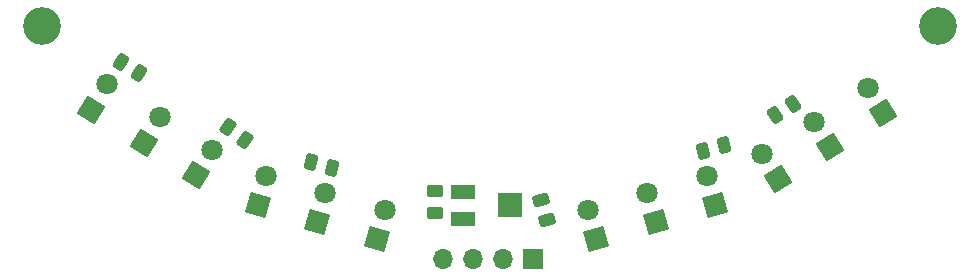
<source format=gbr>
%TF.GenerationSoftware,KiCad,Pcbnew,7.0.9*%
%TF.CreationDate,2025-05-06T13:04:56+09:00*%
%TF.ProjectId,Line_front,4c696e65-5f66-4726-9f6e-742e6b696361,rev?*%
%TF.SameCoordinates,Original*%
%TF.FileFunction,Soldermask,Top*%
%TF.FilePolarity,Negative*%
%FSLAX46Y46*%
G04 Gerber Fmt 4.6, Leading zero omitted, Abs format (unit mm)*
G04 Created by KiCad (PCBNEW 7.0.9) date 2025-05-06 13:04:56*
%MOMM*%
%LPD*%
G01*
G04 APERTURE LIST*
G04 Aperture macros list*
%AMRoundRect*
0 Rectangle with rounded corners*
0 $1 Rounding radius*
0 $2 $3 $4 $5 $6 $7 $8 $9 X,Y pos of 4 corners*
0 Add a 4 corners polygon primitive as box body*
4,1,4,$2,$3,$4,$5,$6,$7,$8,$9,$2,$3,0*
0 Add four circle primitives for the rounded corners*
1,1,$1+$1,$2,$3*
1,1,$1+$1,$4,$5*
1,1,$1+$1,$6,$7*
1,1,$1+$1,$8,$9*
0 Add four rect primitives between the rounded corners*
20,1,$1+$1,$2,$3,$4,$5,0*
20,1,$1+$1,$4,$5,$6,$7,0*
20,1,$1+$1,$6,$7,$8,$9,0*
20,1,$1+$1,$8,$9,$2,$3,0*%
%AMRotRect*
0 Rectangle, with rotation*
0 The origin of the aperture is its center*
0 $1 length*
0 $2 width*
0 $3 Rotation angle, in degrees counterclockwise*
0 Add horizontal line*
21,1,$1,$2,0,0,$3*%
G04 Aperture macros list end*
%ADD10R,1.700000X1.700000*%
%ADD11O,1.700000X1.700000*%
%ADD12RoundRect,0.250000X0.024937X-0.520370X0.465239X-0.234434X-0.024937X0.520370X-0.465239X0.234434X0*%
%ADD13RotRect,1.800000X1.800000X122.000000*%
%ADD14C,1.800000*%
%ADD15RotRect,1.800000X1.800000X58.000000*%
%ADD16RoundRect,0.250000X0.473137X0.218055X0.043082X0.519182X-0.473137X-0.218055X-0.043082X-0.519182X0*%
%ADD17RoundRect,0.250000X-0.504923X0.128294X-0.360213X-0.376368X0.504923X-0.128294X0.360213X0.376368X0*%
%ADD18RotRect,1.800000X1.800000X106.000000*%
%ADD19C,3.200000*%
%ADD20RoundRect,0.250000X-0.370024X-0.366727X0.137087X-0.502607X0.370024X0.366727X-0.137087X0.502607X0*%
%ADD21RotRect,1.800000X1.800000X74.000000*%
%ADD22R,2.000000X1.300000*%
%ADD23R,2.000000X2.000000*%
%ADD24RoundRect,0.250000X0.450000X-0.262500X0.450000X0.262500X-0.450000X0.262500X-0.450000X-0.262500X0*%
%ADD25RoundRect,0.250000X0.137087X0.502607X-0.370024X0.366727X-0.137087X-0.502607X0.370024X-0.366727X0*%
%ADD26RoundRect,0.250000X0.461076X0.242518X0.015851X0.520725X-0.461076X-0.242518X-0.015851X-0.520725X0*%
G04 APERTURE END LIST*
D10*
%TO.C,J3*%
X150560000Y-56410000D03*
D11*
X148020000Y-56410000D03*
X145480000Y-56410000D03*
X142940000Y-56410000D03*
%TD*%
D12*
%TO.C,R6*%
X170992377Y-44226983D03*
X172522951Y-43233017D03*
%TD*%
D13*
%TO.C,D3*%
X175677664Y-46900000D03*
D14*
X174331669Y-44745958D03*
%TD*%
D13*
%TO.C,Q1*%
X180208329Y-44053212D03*
D14*
X178862334Y-41899170D03*
%TD*%
D15*
%TO.C,Q4*%
X117572017Y-46531261D03*
D14*
X118918012Y-44377219D03*
%TD*%
D16*
%TO.C,R7*%
X126175140Y-46283388D03*
X124680188Y-45236612D03*
%TD*%
D17*
%TO.C,R1*%
X151246145Y-51352849D03*
X151749183Y-53107151D03*
%TD*%
D18*
%TO.C,D2*%
X155854027Y-54703730D03*
D14*
X155153908Y-52262125D03*
%TD*%
D19*
%TO.C,REF\u002A\u002A*%
X184837664Y-36660000D03*
%TD*%
D18*
%TO.C,Q17*%
X160927664Y-53250000D03*
D14*
X160227545Y-50808395D03*
%TD*%
D20*
%TO.C,R1*%
X131736257Y-48193828D03*
X133499071Y-48666172D03*
%TD*%
D15*
%TO.C,D4*%
X122040651Y-49299451D03*
D14*
X123386646Y-47145409D03*
%TD*%
D21*
%TO.C,D1*%
X132237664Y-53250000D03*
D14*
X132937783Y-50808395D03*
%TD*%
D19*
%TO.C,REF\u002A\u002A*%
X108987664Y-36610000D03*
%TD*%
D21*
%TO.C,Q16*%
X127235890Y-51805237D03*
D14*
X127936009Y-49363632D03*
%TD*%
D22*
%TO.C,RV2*%
X144597664Y-52980000D03*
D23*
X148597664Y-51830000D03*
D22*
X144597664Y-50680000D03*
%TD*%
D18*
%TO.C,D2*%
X165956888Y-51806782D03*
D14*
X165256769Y-49365177D03*
%TD*%
D15*
%TO.C,D7*%
X113127664Y-43730000D03*
D14*
X114473659Y-41575958D03*
%TD*%
D24*
%TO.C,R4*%
X142237664Y-52460000D03*
X142237664Y-50635000D03*
%TD*%
D25*
%TO.C,R5*%
X166700478Y-46737656D03*
X164937664Y-47210000D03*
%TD*%
D13*
%TO.C,Q3*%
X171295343Y-49622663D03*
D14*
X169949348Y-47468621D03*
%TD*%
D21*
%TO.C,Q15*%
X137338751Y-54702185D03*
D14*
X138038870Y-52260580D03*
%TD*%
D26*
%TO.C,R2*%
X117215352Y-40627102D03*
X115667664Y-39660000D03*
%TD*%
M02*

</source>
